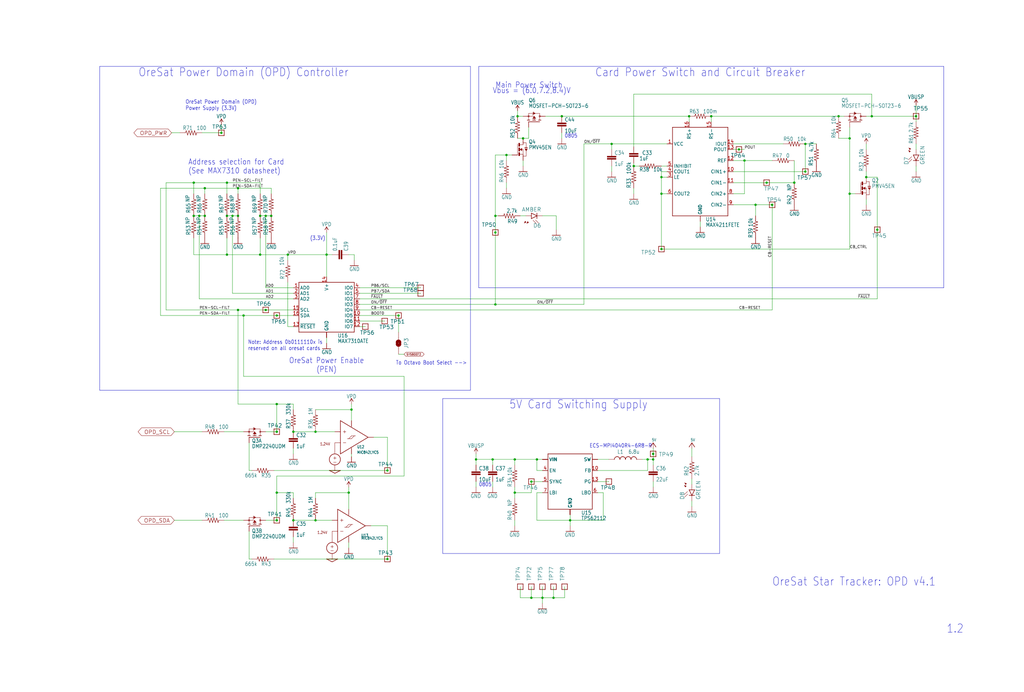
<source format=kicad_sch>
(kicad_sch (version 20250114) (generator "eeschema") (generator_version "9.0")
  (paper "User" 469.9 317.627)
  (text "0805" (at 259.08 63.5 0) (effects (font (size 1.778 1.5113)) (justify left bottom)))
  (text "Card Power Switch and Circuit Breaker" (at 273.05 35.56 0) (effects (font (size 3.81 3.2385)) (justify left bottom)))
  (text "Main Power Switch" (at 227.33 40.64 0) (effects (font (size 2.54 2.159)) (justify left bottom)))
  (text "OreSat Power Enable\n(PEN)" (at 149.86 167.64 0) (effects (font (size 2.54 2.159))))
  (text "OreSat Power Domain (OPD) Controller" (at 63.5 35.56 0) (effects (font (size 3.81 3.2385)) (justify left bottom)))
  (text "ECS-MPI4040R4-6R8-R" (at 270.51 205.74 0) (effects (font (size 1.778 1.5113)) (justify left bottom)))
  (text "(3.3V)" (at 142.24 110.49 0) (effects (font (size 1.778 1.5113)) (justify left bottom)))
  (text "OreSat Star Tracker: OPD v4.1" (at 354.33 269.24 0) (effects (font (size 3.81 3.2385)) (justify left bottom)))
  (text "OreSat Power Domain (OPD)\nPower Supply (3.3V)" (at 85.09 50.8 0) (effects (font (size 1.778 1.5113)) (justify left bottom)))
  (text "Address selection for Card\n(See MAX7310 datasheet)" (at 86.36 80.01 0) (effects (font (size 2.54 2.159)) (justify left bottom)))
  (text "1.2" (at 434.34 290.83 0) (effects (font (size 3.81 3.2385)) (justify left bottom)))
  (text "To Octavo Boot Select -->" (at 181.61 167.64 0) (effects (font (size 1.778 1.5113)) (justify left bottom)))
  (text "Vbus = (6.0,7.2,8.4)V" (at 226.06 43.18 0) (effects (font (size 2.54 2.159)) (justify left bottom)))
  (text "0805" (at 219.71 223.52 0) (effects (font (size 1.778 1.5113)) (justify left bottom)))
  (text "5V Card Switching Supply" (at 233.68 187.96 0) (effects (font (size 3.81 3.2385)) (justify left bottom)))
  (text "Note: Address 0b0111110x is\nreserved on all oresat cards" (at 113.792 161.036 0) (effects (font (size 1.778 1.5113)) (justify left bottom)))
  (junction (at 243.84 220.98))
  (junction (at 104.14 116.84))
  (junction (at 88.9 99.06))
  (junction (at 127 238.76))
  (junction (at 161.29 187.96))
  (junction (at 420.37 53.34))
  (junction (at 134.62 238.76))
  (junction (at 227.33 99.06))
  (junction (at 121.92 142.24))
  (junction (at 227.33 139.7))
  (junction (at 109.22 142.24))
  (junction (at 104.14 99.06))
  (junction (at 400.05 53.34))
  (junction (at 326.39 53.34))
  (junction (at 104.14 83.82))
  (junction (at 91.44 99.06))
  (junction (at 303.53 88.9))
  (junction (at 240.03 63.5))
  (junction (at 119.38 116.84))
  (junction (at 127 226.06))
  (junction (at 364.49 83.82))
  (junction (at 261.62 238.76))
  (junction (at 236.22 210.82))
  (junction (at 369.57 78.74))
  (junction (at 177.8 215.9))
  (junction (at 182.88 144.78))
  (junction (at 303.53 114.3))
  (junction (at 351.79 83.82))
  (junction (at 144.78 198.12))
  (junction (at 101.6 60.96))
  (junction (at 299.72 210.82))
  (junction (at 160.02 226.06))
  (junction (at 93.98 99.06))
  (junction (at 389.89 88.9))
  (junction (at 119.38 99.06))
  (junction (at 237.49 53.34))
  (junction (at 226.06 210.82))
  (junction (at 243.84 274.32))
  (junction (at 280.67 66.04))
  (junction (at 389.89 63.5))
  (junction (at 111.76 144.78))
  (junction (at 132.08 116.84))
  (junction (at 124.46 99.06))
  (junction (at 149.86 116.84))
  (junction (at 218.44 210.82))
  (junction (at 246.38 210.82))
  (junction (at 106.68 99.06))
  (junction (at 227.33 106.68))
  (junction (at 127 185.42))
  (junction (at 109.22 86.36))
  (junction (at 257.81 53.34))
  (junction (at 248.92 274.32))
  (junction (at 177.8 256.54))
  (junction (at 236.22 226.06))
  (junction (at 121.92 99.06))
  (junction (at 303.53 81.28))
  (junction (at 93.98 86.36))
  (junction (at 297.18 210.82))
  (junction (at 232.41 71.12))
  (junction (at 341.63 73.66))
  (junction (at 134.62 198.12))
  (junction (at 397.51 81.28))
  (junction (at 339.09 68.58))
  (junction (at 354.33 93.98))
  (junction (at 127 144.78))
  (junction (at 290.83 76.2))
  (junction (at 88.9 83.82))
  (junction (at 384.81 53.34))
  (junction (at 402.59 105.41))
  (junction (at 346.71 93.98))
  (junction (at 316.23 53.34))
  (junction (at 109.22 99.06))
  (junction (at 369.57 66.04))
  (junction (at 299.72 208.28))
  (junction (at 144.78 238.76))
  (junction (at 254 274.32))
  (junction (at 127 198.12))
  (wire (pts (xy 236.22 213.36) (xy 236.22 210.82)) (stroke (width 0.1524)))
  (wire (pts (xy 290.83 88.9) (xy 290.83 86.36)) (stroke (width 0.1524)))
  (wire (pts (xy 226.06 213.36) (xy 226.06 210.82)) (stroke (width 0.1524)))
  (wire (pts (xy 257.81 63.5) (xy 257.81 60.96)) (stroke (width 0.1524)))
  (wire (pts (xy 134.62 185.42) (xy 127 185.42)) (stroke (width 0.1524)))
  (wire (pts (xy 336.55 73.66) (xy 341.63 73.66)) (stroke (width 0.1524)))
  (wire (pts (xy 177.8 241.3) (xy 177.8 256.54)) (stroke (width 0.1524)))
  (wire (pts (xy 218.44 213.36) (xy 218.44 210.82)) (stroke (width 0.1524)))
  (wire (pts (xy 134.62 144.78) (xy 127 144.78)) (stroke (width 0.1524)))
  (wire (pts (xy 267.97 66.04) (xy 280.67 66.04)) (stroke (width 0.1524)))
  (wire (pts (xy 134.62 187.96) (xy 134.62 185.42)) (stroke (width 0.1524)))
  (wire (pts (xy 104.14 83.82) (xy 119.38 83.82)) (stroke (width 0.1524)))
  (wire (pts (xy 76.2 83.82) (xy 88.9 83.82)) (stroke (width 0.1524)))
  (wire (pts (xy 149.86 127) (xy 149.86 116.84)) (stroke (width 0.1524)))
  (wire (pts (xy 127 218.44) (xy 185.42 218.44)) (stroke (width 0.1524)))
  (wire (pts (xy 160.02 226.06) (xy 144.78 226.06)) (stroke (width 0.1524)))
  (wire (pts (xy 290.83 74.93) (xy 290.83 76.2)) (stroke (width 0.1524)))
  (wire (pts (xy 109.22 142.24) (xy 121.92 142.24)) (stroke (width 0.1524)))
  (wire (pts (xy 165.1 139.7) (xy 227.33 139.7)) (stroke (width 0.1524)))
  (wire (pts (xy 237.49 53.34) (xy 240.03 53.34)) (stroke (width 0.1524)))
  (wire (pts (xy 160.02 251.46) (xy 160.02 248.92)) (stroke (width 0.1524)))
  (wire (pts (xy 232.41 83.82) (xy 232.41 86.36)) (stroke (width 0.1524)))
  (wire (pts (xy 171.45 200.66) (xy 177.8 200.66)))
  (wire (pts (xy 226.06 223.52) (xy 226.06 220.98)) (stroke (width 0.1524)))
  (wire (pts (xy 134.62 134.62) (xy 106.68 134.62)) (stroke (width 0.1524)))
  (wire (pts (xy 134.62 208.28) (xy 134.62 205.74)) (stroke (width 0.1524)))
  (wire (pts (xy 351.79 83.82) (xy 336.55 83.82)) (stroke (width 0.1524)))
  (wire (pts (xy 255.27 99.06) (xy 255.27 105.41)) (stroke (width 0.1524)))
  (wire (pts (xy 290.83 43.18) (xy 400.05 43.18)) (stroke (width 0.1524)))
  (wire (pts (xy 91.44 99.06) (xy 88.9 99.06)) (stroke (width 0.1524)))
  (wire (pts (xy 240.03 73.66) (xy 240.03 76.2)) (stroke (width 0.1524)))
  (wire (pts (xy 238.76 269.24) (xy 238.76 274.32)) (stroke (width 0.1524)))
  (polyline (pts (xy 215.9 179.07) (xy 45.72 179.07)) (stroke (width 0.1524) (type solid)))
  (wire (pts (xy 254 274.32) (xy 248.92 274.32)) (stroke (width 0.1524)))
  (wire (pts (xy 73.66 144.78) (xy 73.66 86.36)) (stroke (width 0.1524)))
  (wire (pts (xy 369.57 66.04) (xy 374.65 66.04)) (stroke (width 0.1524)))
  (wire (pts (xy 402.59 105.41) (xy 402.59 137.16)) (stroke (width 0.1524)))
  (wire (pts (xy 119.38 116.84) (xy 119.38 109.22)) (stroke (width 0.1524)))
  (wire (pts (xy 114.3 256.54) (xy 114.3 243.84)) (stroke (width 0.1524)))
  (wire (pts (xy 402.59 137.16) (xy 165.1 137.16)) (stroke (width 0.1524)))
  (wire (pts (xy 124.46 99.06) (xy 121.92 99.06)) (stroke (width 0.1524)))
  (wire (pts (xy 248.92 269.24) (xy 248.92 274.32)) (stroke (width 0.1524)))
  (wire (pts (xy 384.81 63.5) (xy 389.89 63.5)) (stroke (width 0.1524)))
  (wire (pts (xy 243.84 220.98) (xy 243.84 226.06)) (stroke (width 0.1524)))
  (wire (pts (xy 127 198.12) (xy 121.92 198.12)) (stroke (width 0.1524)))
  (wire (pts (xy 76.2 142.24) (xy 109.22 142.24)) (stroke (width 0.1524)))
  (wire (pts (xy 290.83 67.31) (xy 290.83 43.18)) (stroke (width 0.1524)))
  (wire (pts (xy 259.08 274.32) (xy 254 274.32)) (stroke (width 0.1524)))
  (wire (pts (xy 144.78 238.76) (xy 134.62 238.76)) (stroke (width 0.1524)))
  (wire (pts (xy 88.9 88.9) (xy 88.9 83.82)) (stroke (width 0.1524)))
  (wire (pts (xy 420.37 48.26) (xy 420.37 53.34)) (stroke (width 0.1524)))
  (wire (pts (xy 170.18 241.3) (xy 177.8 241.3)))
  (wire (pts (xy 236.22 210.82) (xy 226.06 210.82)) (stroke (width 0.1524)))
  (wire (pts (xy 132.08 129.54) (xy 132.08 149.86)) (stroke (width 0.1524)))
  (wire (pts (xy 144.78 198.12) (xy 134.62 198.12)) (stroke (width 0.1524)))
  (wire (pts (xy 101.6 57.15) (xy 101.6 60.96)) (stroke (width 0.1524)))
  (wire (pts (xy 261.62 241.3) (xy 261.62 238.76)) (stroke (width 0.1524)))
  (wire (pts (xy 106.68 99.06) (xy 104.14 99.06)) (stroke (width 0.1524)))
  (wire (pts (xy 246.38 215.9) (xy 248.92 215.9)) (stroke (width 0.1524)))
  (wire (pts (xy 127 185.42) (xy 109.22 185.42)) (stroke (width 0.1524)))
  (wire (pts (xy 106.68 134.62) (xy 106.68 99.06)) (stroke (width 0.1524)))
  (wire (pts (xy 237.49 63.5) (xy 240.03 63.5)) (stroke (width 0.1524)))
  (wire (pts (xy 228.6 99.06) (xy 227.33 99.06)) (stroke (width 0.1524)))
  (wire (pts (xy 237.49 50.8) (xy 237.49 53.34)) (stroke (width 0.1524)))
  (wire (pts (xy 165.1 147.32) (xy 176.53 147.32)) (stroke (width 0.1524)))
  (wire (pts (xy 111.76 172.72) (xy 111.76 144.78)) (stroke (width 0.1524)))
  (wire (pts (xy 218.44 220.98) (xy 218.44 223.52)) (stroke (width 0.1524)))
  (wire (pts (xy 111.76 238.76) (xy 102.87 238.76)) (stroke (width 0.1524)))
  (wire (pts (xy 232.41 71.12) (xy 227.33 71.12)) (stroke (width 0.1524)))
  (wire (pts (xy 109.22 88.9) (xy 109.22 86.36)) (stroke (width 0.1524)))
  (polyline (pts (xy 203.2 254) (xy 203.2 182.88)) (stroke (width 0.1524) (type solid)))
  (wire (pts (xy 341.63 88.9) (xy 341.63 73.66)) (stroke (width 0.1524)))
  (wire (pts (xy 392.43 88.9) (xy 389.89 88.9)) (stroke (width 0.1524)))
  (wire (pts (xy 177.8 215.9) (xy 125.73 215.9)) (stroke (width 0.1524)))
  (wire (pts (xy 351.79 83.82) (xy 364.49 83.82)) (stroke (width 0.1524)))
  (wire (pts (xy 232.41 73.66) (xy 232.41 71.12)) (stroke (width 0.1524)))
  (wire (pts (xy 104.14 116.84) (xy 104.14 109.22)) (stroke (width 0.1524)))
  (wire (pts (xy 111.76 144.78) (xy 73.66 144.78)) (stroke (width 0.1524)))
  (wire (pts (xy 397.51 91.44) (xy 397.51 93.98)) (stroke (width 0.1524)))
  (wire (pts (xy 91.44 137.16) (xy 91.44 99.06)) (stroke (width 0.1524)))
  (wire (pts (xy 369.57 78.74) (xy 369.57 66.04)) (stroke (width 0.1524)))
  (wire (pts (xy 297.18 215.9) (xy 297.18 210.82)) (stroke (width 0.1524)))
  (wire (pts (xy 182.88 144.78) (xy 182.88 152.4)) (stroke (width 0.1524)))
  (wire (pts (xy 240.03 63.5) (xy 242.57 63.5)) (stroke (width 0.1524)))
  (wire (pts (xy 336.55 66.04) (xy 359.41 66.04)) (stroke (width 0.1524)))
  (wire (pts (xy 121.92 132.08) (xy 121.92 99.06)) (stroke (width 0.1524)))
  (wire (pts (xy 326.39 55.88) (xy 326.39 53.34)) (stroke (width 0.1524)))
  (wire (pts (xy 341.63 73.66) (xy 354.33 73.66)) (stroke (width 0.1524)))
  (wire (pts (xy 384.81 53.34) (xy 387.35 53.34)) (stroke (width 0.1524)))
  (polyline (pts (xy 45.72 30.48) (xy 215.9 30.48)) (stroke (width 0.1524) (type solid)))
  (wire (pts (xy 306.07 78.74) (xy 303.53 78.74)) (stroke (width 0.1524)))
  (wire (pts (xy 119.38 116.84) (xy 132.08 116.84)) (stroke (width 0.1524)))
  (wire (pts (xy 267.97 139.7) (xy 267.97 66.04)) (stroke (width 0.1524)))
  (wire (pts (xy 160.02 226.06) (xy 160.02 223.52)) (stroke (width 0.1524)))
  (wire (pts (xy 109.22 86.36) (xy 124.46 86.36)) (stroke (width 0.1524)))
  (wire (pts (xy 276.86 226.06) (xy 276.86 238.76)) (stroke (width 0.1524)))
  (wire (pts (xy 248.92 99.06) (xy 255.27 99.06)) (stroke (width 0.1524)))
  (wire (pts (xy 290.83 76.2) (xy 293.37 76.2)) (stroke (width 0.1524)))
  (wire (pts (xy 218.44 210.82) (xy 218.44 208.28)) (stroke (width 0.1524)))
  (wire (pts (xy 127 144.78) (xy 111.76 144.78)) (stroke (width 0.1524)))
  (wire (pts (xy 124.46 86.36) (xy 124.46 88.9)) (stroke (width 0.1524)))
  (wire (pts (xy 354.33 142.24) (xy 354.33 93.98)) (stroke (width 0.1524)))
  (wire (pts (xy 303.53 78.74) (xy 303.53 81.28)) (stroke (width 0.1524)))
  (wire (pts (xy 299.72 210.82) (xy 299.72 208.28)) (stroke (width 0.1524)))
  (wire (pts (xy 400.05 43.18) (xy 400.05 53.34)) (stroke (width 0.1524)))
  (wire (pts (xy 165.1 144.78) (xy 182.88 144.78)) (stroke (width 0.1524)))
  (wire (pts (xy 257.81 53.34) (xy 316.23 53.34)) (stroke (width 0.1524)))
  (wire (pts (xy 119.38 88.9) (xy 119.38 83.82)) (stroke (width 0.1524)))
  (wire (pts (xy 303.53 88.9) (xy 306.07 88.9)) (stroke (width 0.1524)))
  (wire (pts (xy 161.29 193.04) (xy 161.29 187.96)) (stroke (width 0.1524)))
  (wire (pts (xy 104.14 88.9) (xy 104.14 83.82)) (stroke (width 0.1524)))
  (wire (pts (xy 236.22 226.06) (xy 236.22 223.52)) (stroke (width 0.1524)))
  (wire (pts (xy 227.33 71.12) (xy 227.33 99.06)) (stroke (width 0.1524)))
  (wire (pts (xy 246.38 226.06) (xy 246.38 238.76)) (stroke (width 0.1524)))
  (wire (pts (xy 248.92 274.32) (xy 248.92 276.86)) (stroke (width 0.1524)))
  (wire (pts (xy 93.98 88.9) (xy 93.98 86.36)) (stroke (width 0.1524)))
  (wire (pts (xy 82.55 60.96) (xy 78.74 60.96)) (stroke (width 0.1524)))
  (wire (pts (xy 420.37 66.04) (xy 420.37 68.58)) (stroke (width 0.1524)))
  (polyline (pts (xy 330.2 182.88) (xy 330.2 254)) (stroke (width 0.1524) (type solid)))
  (wire (pts (xy 185.42 172.72) (xy 111.76 172.72)) (stroke (width 0.1524)))
  (wire (pts (xy 299.72 223.52) (xy 299.72 220.98)) (stroke (width 0.1524)))
  (polyline (pts (xy 330.2 254) (xy 203.2 254)) (stroke (width 0.1524) (type solid)))
  (wire (pts (xy 114.3 215.9) (xy 114.3 203.2)) (stroke (width 0.1524)))
  (wire (pts (xy 246.38 210.82) (xy 236.22 210.82)) (stroke (width 0.1524)))
  (wire (pts (xy 115.57 215.9) (xy 114.3 215.9)) (stroke (width 0.1524)))
  (wire (pts (xy 92.71 60.96) (xy 101.6 60.96)) (stroke (width 0.1524)))
  (polyline (pts (xy 45.72 179.07) (xy 45.72 30.48)) (stroke (width 0.1524) (type solid)))
  (wire (pts (xy 160.02 233.68) (xy 160.02 226.06)) (stroke (width 0.1524)))
  (wire (pts (xy 165.1 134.62) (xy 193.04 134.62)) (stroke (width 0.1524)))
  (wire (pts (xy 299.72 205.74) (xy 299.72 208.28)) (stroke (width 0.1524)))
  (wire (pts (xy 306.07 76.2) (xy 303.53 76.2)) (stroke (width 0.1524)))
  (wire (pts (xy 73.66 86.36) (xy 93.98 86.36)) (stroke (width 0.1524)))
  (wire (pts (xy 299.72 213.36) (xy 299.72 210.82)) (stroke (width 0.1524)))
  (polyline (pts (xy 203.2 182.88) (xy 330.2 182.88)) (stroke (width 0.1524) (type solid)))
  (wire (pts (xy 185.42 218.44) (xy 185.42 172.72)) (stroke (width 0.1524)))
  (wire (pts (xy 227.33 99.06) (xy 227.33 106.68)) (stroke (width 0.1524)))
  (wire (pts (xy 93.98 99.06) (xy 91.44 99.06)) (stroke (width 0.1524)))
  (wire (pts (xy 254 269.24) (xy 254 274.32)) (stroke (width 0.1524)))
  (wire (pts (xy 303.53 81.28) (xy 306.07 81.28)) (stroke (width 0.1524)))
  (wire (pts (xy 346.71 93.98) (xy 336.55 93.98)) (stroke (width 0.1524)))
  (wire (pts (xy 76.2 142.24) (xy 76.2 83.82)) (stroke (width 0.1524)))
  (wire (pts (xy 153.67 198.12) (xy 144.78 198.12)) (stroke (width 0.1524)))
  (wire (pts (xy 167.64 149.86) (xy 165.1 149.86)) (stroke (width 0.1524)))
  (wire (pts (xy 236.22 228.6) (xy 236.22 226.06)) (stroke (width 0.1524)))
  (polyline (pts (xy 219.71 132.08) (xy 219.71 30.48)) (stroke (width 0.1524) (type solid)))
  (polyline (pts (xy 215.9 30.48) (xy 215.9 179.07)) (stroke (width 0.1524) (type solid)))
  (wire (pts (xy 132.08 119.38) (xy 132.08 116.84)) (stroke (width 0.1524)))
  (wire (pts (xy 397.51 66.04) (xy 397.51 68.58)) (stroke (width 0.1524)))
  (wire (pts (xy 182.88 162.56) (xy 185.42 162.56)) (stroke (width 0.1524)))
  (wire (pts (xy 149.86 116.84) (xy 149.86 106.68)) (stroke (width 0.1524)))
  (wire (pts (xy 144.78 228.6) (xy 144.78 226.06)) (stroke (width 0.1524)))
  (wire (pts (xy 397.51 81.28) (xy 402.59 81.28)) (stroke (width 0.1524)))
  (wire (pts (xy 336.55 68.58) (xy 339.09 68.58)) (stroke (width 0.1524)))
  (wire (pts (xy 389.89 63.5) (xy 389.89 88.9)) (stroke (width 0.1524)))
  (wire (pts (xy 132.08 116.84) (xy 149.86 116.84)) (stroke (width 0.1524)))
  (wire (pts (xy 134.62 228.6) (xy 134.62 226.06)) (stroke (width 0.1524)))
  (wire (pts (xy 134.62 226.06) (xy 127 226.06)) (stroke (width 0.1524)))
  (wire (pts (xy 317.5 219.71) (xy 317.5 222.25)) (stroke (width 0.1524)))
  (wire (pts (xy 227.33 139.7) (xy 267.97 139.7)) (stroke (width 0.1524)))
  (wire (pts (xy 104.14 116.84) (xy 119.38 116.84)) (stroke (width 0.1524)))
  (wire (pts (xy 339.09 68.58) (xy 341.63 68.58)) (stroke (width 0.1524)))
  (wire (pts (xy 115.57 256.54) (xy 114.3 256.54)) (stroke (width 0.1524)))
  (wire (pts (xy 420.37 53.34) (xy 420.37 55.88)) (stroke (width 0.1524)))
  (wire (pts (xy 227.33 106.68) (xy 227.33 139.7)) (stroke (width 0.1524)))
  (polyline (pts (xy 433.07 132.08) (xy 219.71 132.08)) (stroke (width 0.1524) (type solid)))
  (wire (pts (xy 402.59 81.28) (xy 402.59 105.41)) (stroke (width 0.1524)))
  (wire (pts (xy 317.5 209.55) (xy 317.5 205.74)) (stroke (width 0.1524)))
  (wire (pts (xy 274.32 215.9) (xy 297.18 215.9)) (stroke (width 0.1524)))
  (wire (pts (xy 297.18 210.82) (xy 299.72 210.82)) (stroke (width 0.1524)))
  (wire (pts (xy 236.22 241.3) (xy 236.22 238.76)) (stroke (width 0.1524)))
  (wire (pts (xy 134.62 137.16) (xy 91.44 137.16)) (stroke (width 0.1524)))
  (wire (pts (xy 121.92 99.06) (xy 119.38 99.06)) (stroke (width 0.1524)))
  (wire (pts (xy 276.86 238.76) (xy 261.62 238.76)) (stroke (width 0.1524)))
  (wire (pts (xy 88.9 83.82) (xy 104.14 83.82)) (stroke (width 0.1524)))
  (wire (pts (xy 336.55 88.9) (xy 341.63 88.9)) (stroke (width 0.1524)))
  (wire (pts (xy 165.1 142.24) (xy 354.33 142.24)) (stroke (width 0.1524)))
  (wire (pts (xy 92.71 238.76) (xy 80.01 238.76)) (stroke (width 0.1524)))
  (wire (pts (xy 243.84 274.32) (xy 248.92 274.32)) (stroke (width 0.1524)))
  (polyline (pts (xy 219.71 30.48) (xy 433.07 30.48)) (stroke (width 0.1524) (type solid)))
  (polyline (pts (xy 433.07 30.48) (xy 433.07 132.08)) (stroke (width 0.1524) (type solid)))
  (wire (pts (xy 238.76 99.06) (xy 241.3 99.06)) (stroke (width 0.1524)))
  (wire (pts (xy 152.4 238.76) (xy 144.78 238.76)) (stroke (width 0.1524)))
  (wire (pts (xy 354.33 93.98) (xy 346.71 93.98)) (stroke (width 0.1524)))
  (wire (pts (xy 364.49 83.82) (xy 364.49 73.66)) (stroke (width 0.1524)))
  (wire (pts (xy 400.05 53.34) (xy 420.37 53.34)) (stroke (width 0.1524)))
  (wire (pts (xy 109.22 185.42) (xy 109.22 142.24)) (stroke (width 0.1524)))
  (wire (pts (xy 316.23 53.34) (xy 316.23 55.88)) (stroke (width 0.1524)))
  (wire (pts (xy 243.84 269.24) (xy 243.84 274.32)) (stroke (width 0.1524)))
  (wire (pts (xy 238.76 274.32) (xy 243.84 274.32)) (stroke (width 0.1524)))
  (wire (pts (xy 280.67 66.04) (xy 306.07 66.04)) (stroke (width 0.1524)))
  (wire (pts (xy 177.8 200.66) (xy 177.8 215.9)) (stroke (width 0.1524)))
  (wire (pts (xy 280.67 78.74) (xy 280.67 76.2)) (stroke (width 0.1524)))
  (wire (pts (xy 274.32 220.98) (xy 279.4 220.98)) (stroke (width 0.1524)))
  (wire (pts (xy 127 226.06) (xy 127 218.44)) (stroke (width 0.1524)))
  (wire (pts (xy 121.92 142.24) (xy 134.62 142.24)) (stroke (width 0.1524)))
  (wire (pts (xy 92.71 198.12) (xy 80.01 198.12)) (stroke (width 0.1524)))
  (wire (pts (xy 177.8 256.54) (xy 125.73 256.54)) (stroke (width 0.1524)))
  (wire (pts (xy 250.19 53.34) (xy 257.81 53.34)) (stroke (width 0.1524)))
  (wire (pts (xy 317.5 229.87) (xy 317.5 232.41)) (stroke (width 0.1524)))
  (wire (pts (xy 161.29 208.28) (xy 161.29 209.55)) (stroke (width 0.1524)))
  (wire (pts (xy 93.98 86.36) (xy 109.22 86.36)) (stroke (width 0.1524)))
  (wire (pts (xy 321.31 104.14) (xy 321.31 101.6)) (stroke (width 0.1524)))
  (wire (pts (xy 389.89 114.3) (xy 303.53 114.3)) (stroke (width 0.1524)))
  (wire (pts (xy 149.86 116.84) (xy 152.4 116.84)) (stroke (width 0.1524)))
  (wire (pts (xy 336.55 78.74) (xy 369.57 78.74)) (stroke (width 0.1524)))
  (wire (pts (xy 127 238.76) (xy 121.92 238.76)) (stroke (width 0.1524)))
  (wire (pts (xy 346.71 99.06) (xy 346.71 93.98)) (stroke (width 0.1524)))
  (wire (pts (xy 109.22 99.06) (xy 106.68 99.06)) (stroke (width 0.1524)))
  (wire (pts (xy 127 185.42) (xy 127 198.12)) (stroke (width 0.1524)))
  (wire (pts (xy 242.57 63.5) (xy 242.57 58.42)) (stroke (width 0.1524)))
  (wire (pts (xy 161.29 187.96) (xy 161.29 185.42)) (stroke (width 0.1524)))
  (wire (pts (xy 246.38 238.76) (xy 261.62 238.76)) (stroke (width 0.1524)))
  (wire (pts (xy 274.32 226.06) (xy 276.86 226.06)) (stroke (width 0.1524)))
  (wire (pts (xy 420.37 76.2) (xy 420.37 78.74)) (stroke (width 0.1524)))
  (wire (pts (xy 246.38 226.06) (xy 248.92 226.06)) (stroke (width 0.1524)))
  (wire (pts (xy 389.89 63.5) (xy 389.89 58.42)) (stroke (width 0.1524)))
  (wire (pts (xy 326.39 53.34) (xy 384.81 53.34)) (stroke (width 0.1524)))
  (wire (pts (xy 259.08 269.24) (xy 259.08 274.32)) (stroke (width 0.1524)))
  (wire (pts (xy 248.92 210.82) (xy 246.38 210.82)) (stroke (width 0.1524)))
  (wire (pts (xy 297.18 210.82) (xy 294.64 210.82)) (stroke (width 0.1524)))
  (wire (pts (xy 243.84 226.06) (xy 236.22 226.06)) (stroke (width 0.1524)))
  (wire (pts (xy 127 226.06) (xy 127 238.76)) (stroke (width 0.1524)))
  (wire (pts (xy 397.51 78.74) (xy 397.51 81.28)) (stroke (width 0.1524)))
  (wire (pts (xy 246.38 215.9) (xy 246.38 210.82)) (stroke (width 0.1524)))
  (wire (pts (xy 218.44 210.82) (xy 226.06 210.82)) (stroke (width 0.1524)))
  (wire (pts (xy 389.89 88.9) (xy 389.89 114.3)) (stroke (width 0.1524)))
  (wire (pts (xy 134.62 149.86) (xy 132.08 149.86)) (stroke (width 0.1524)))
  (wire (pts (xy 88.9 116.84) (xy 104.14 116.84)) (stroke (width 0.1524)))
  (wire (pts (xy 144.78 187.96) (xy 161.29 187.96)) (stroke (width 0.1524)))
  (wire (pts (xy 149.86 157.48) (xy 149.86 154.94)) (stroke (width 0.1524)))
  (wire (pts (xy 243.84 220.98) (xy 248.92 220.98)) (stroke (width 0.1524)))
  (wire (pts (xy 111.76 198.12) (xy 102.87 198.12)) (stroke (width 0.1524)))
  (wire (pts (xy 303.53 114.3) (xy 303.53 88.9)) (stroke (width 0.1524)))
  (wire (pts (xy 280.67 68.58) (xy 280.67 66.04)) (stroke (width 0.1524)))
  (wire (pts (xy 397.51 53.34) (xy 400.05 53.34)) (stroke (width 0.1524)))
  (wire (pts (xy 303.53 81.28) (xy 303.53 88.9)) (stroke (width 0.1524)))
  (wire (pts (xy 232.41 71.12) (xy 234.95 71.12)) (stroke (width 0.1524)))
  (wire (pts (xy 88.9 116.84) (xy 88.9 109.22)) (stroke (width 0.1524)))
  (wire (pts (xy 162.56 116.84) (xy 162.56 119.38)) (stroke (width 0.1524)))
  (wire (pts (xy 134.62 248.92) (xy 134.62 246.38)) (stroke (width 0.1524)))
  (wire (pts (xy 165.1 132.08) (xy 193.04 132.08)))
  (wire (pts (xy 160.02 116.84) (xy 162.56 116.84)) (stroke (width 0.1524)))
  (wire (pts (xy 261.62 238.76) (xy 261.62 236.22)) (stroke (width 0.1524)))
  (wire (pts (xy 134.62 132.08) (xy 121.92 132.08)) (stroke (width 0.1524)))
  (wire (pts (xy 274.32 210.82) (xy 279.4 210.82)) (stroke (width 0.1524)))
  (label "AD0" (at 121.92 132.08 0) (effects (font (size 1.2446 1.2446))))
  (label "~{FAULT}" (at 393.7 137.16 0) (effects (font (size 1.2446 1.2446))))
  (label "~{FAULT}" (at 170.18 137.16 0) (effects (font (size 1.2446 1.2446))))
  (label "PEN-SDA-FILT" (at 106.68 86.36 0) (effects (font (size 1.2446 1.2446))))
  (label "PB7/SDA" (at 170.18 134.62 0) (effects (font (size 1.2446 1.2446))))
  (label "ON/~{OFF}" (at 267.97 66.04 0) (effects (font (size 1.2446 1.2446))))
  (label "CB-RESET" (at 339.09 142.24 0) (effects (font (size 1.2446 1.2446))))
  (label "PB6/SCL" (at 170.18 132.08 0) (effects (font (size 1.2446 1.2446))))
  (label "PEN-SDA-FILT" (at 91.44 144.78 0) (effects (font (size 1.2446 1.2446))))
  (label "AD1" (at 121.92 134.62 0) (effects (font (size 1.2446 1.2446))))
  (label "ON/~{OFF}" (at 246.38 139.7 0) (effects (font (size 1.2446 1.2446))))
  (label "AD2" (at 121.92 137.16 0) (effects (font (size 1.2446 1.2446))))
  (label "POUT" (at 341.63 68.58 0) (effects (font (size 1.2446 1.2446))))
  (label "BOOT0" (at 170.18 144.78 0) (effects (font (size 1.2446 1.2446))))
  (label "PEN-SCL-FILT" (at 91.44 142.24 0) (effects (font (size 1.2446 1.2446))))
  (label "CB_CTRL" (at 389.89 114.3 0) (effects (font (size 1.2446 1.2446))))
  (label "ON/~{OFF}" (at 170.18 139.7 0) (effects (font (size 1.2446 1.2446))))
  (label "CB-RESET" (at 354.33 118.11 90) (effects (font (size 1.2446 1.2446))))
  (label "CB-RESET" (at 170.18 142.24 0) (effects (font (size 1.2446 1.2446))))
  (label "PEN-SCL-FILT" (at 106.68 83.82 0) (effects (font (size 1.2446 1.2446))))
  (label "VPD" (at 132.08 116.84 0) (effects (font (size 1.2446 1.2446))))
  (global_label "OPD_SCL" (shape bidirectional) (at 80.01 198.12 180) (effects (font (size 1.778 1.778))) (property "Intersheetrefs" "${INTERSHEET_REFS}" (effects (hide yes))))
  (global_label "OPD_PWR" (shape bidirectional) (at 78.74 60.96 180) (effects (font (size 1.778 1.778))) (property "Intersheetrefs" "${INTERSHEET_REFS}" (effects (hide yes))))
  (global_label "SYSBOOT2" (shape bidirectional) (at 185.42 162.56 0) (effects (font (size 0.889 0.889))) (property "Intersheetrefs" "${INTERSHEET_REFS}" (effects (hide yes))))
  (global_label "OPD_SDA" (shape bidirectional) (at 80.01 238.76 180) (effects (font (size 1.778 1.778))) (property "Intersheetrefs" "${INTERSHEET_REFS}" (effects (hide yes))))
  (symbol (lib_id "cfc-card-eagle-import:supply1_371_GND") (at 299.72 226.06 0) (mirror y) (unit 1)
    (property "Reference" "#GND22" (effects (hide yes)))
    (property "Value" "GND" (at 302.26 228.6 0) (effects (font (size 1.778 1.5113)) (justify left bottom)))
  )
  (symbol (lib_id "cfc-card-eagle-import:L-ECS-MPI4040") (at 287.02 210.82 90) (unit 1)
    (property "Reference" "L1" (at 283.21 208.28 90) (effects (font (size 1.778 1.5113)) (justify right top)))
    (property "Value" "6.8u" (at 288.29 208.28 90) (effects (font (size 1.778 1.5113)) (justify right top)))
    (property "Footprint" "cfc-card:ECS-MPI4040" (effects (hide yes)))
  )
  (symbol (lib_id "cfc-card-eagle-import:TEST-POINT") (at 127 144.78 0) (unit 1)
    (property "Reference" "TP65" (at 124.46 148.59 0) (effects (font (size 1.778 1.778)) (justify left bottom)))
    (property "Value" "TEST-POINT" (effects (hide yes)))
    (property "Footprint" "cfc-card:2MM-TEST-POINT" (effects (hide yes)))
  )
  (symbol (lib_id "cfc-card-eagle-import:supply1_371_GND") (at 134.62 210.82 0) (mirror y) (unit 1)
    (property "Reference" "#GND7" (effects (hide yes)))
    (property "Value" "GND" (at 137.16 213.36 0) (effects (font (size 1.778 1.5113)) (justify left bottom)))
  )
  (symbol (lib_id "cfc-card-eagle-import:GND") (at 248.92 279.4 0) (unit 1)
    (property "Reference" "#GND47" (effects (hide yes)))
    (property "Value" "GND" (at 248.92 279.654 0) (effects (font (size 1.778 1.5113)) (justify top)))
  )
  (symbol (lib_id "cfc-card-eagle-import:C-EUC1210") (at 299.72 215.9 0) (unit 1)
    (property "Reference" "C36" (at 300.99 215.9 0) (effects (font (size 1.778 1.5113)) (justify left bottom)))
    (property "Value" "22uF" (at 300.99 220.98 0) (effects (font (size 1.778 1.5113)) (justify left bottom)))
    (property "Footprint" "cfc-card:C1210" (effects (hide yes)))
  )
  (symbol (lib_id "cfc-card-eagle-import:TEST-POINT") (at 279.4 220.98 0) (unit 1)
    (property "Reference" "TP48" (at 275.59 224.79 0) (effects (font (size 1.778 1.778)) (justify left bottom)))
    (property "Value" "TEST-POINT" (effects (hide yes)))
    (property "Footprint" "cfc-card:2MM-TEST-POINT" (effects (hide yes)))
  )
  (symbol (lib_id "cfc-card-eagle-import:supply1_371_GND") (at 134.62 251.46 0) (mirror y) (unit 1)
    (property "Reference" "#GND8" (effects (hide yes)))
    (property "Value" "GND" (at 137.16 254 0) (effects (font (size 1.778 1.5113)) (justify left bottom)))
  )
  (symbol (lib_id "cfc-card-eagle-import:supply1_371_GND") (at 346.71 111.76 0) (mirror y) (unit 1)
    (property "Reference" "#GND25" (effects (hide yes)))
    (property "Value" "GND" (at 349.25 114.3 0) (effects (font (size 1.778 1.5113)) (justify left bottom)))
  )
  (symbol (lib_id "cfc-card-eagle-import:TEST-POINT") (at 248.92 269.24 0) (unit 1)
    (property "Reference" "TP75" (at 248.92 266.7 90) (effects (font (size 1.778 1.778)) (justify left bottom)))
    (property "Value" "TEST-POINT" (effects (hide yes)))
    (property "Footprint" "cfc-card:2MM-TEST-POINT" (effects (hide yes)))
  )
  (symbol (lib_id "cfc-card-eagle-import:TEST-POINT") (at 299.72 208.28 0) (unit 1)
    (property "Reference" "TP49" (at 302.26 209.55 0) (effects (font (size 1.778 1.778)) (justify left bottom)))
    (property "Value" "TEST-POINT" (effects (hide yes)))
    (property "Footprint" "cfc-card:2MM-TEST-POINT" (effects (hide yes)))
  )
  (symbol (lib_id "cfc-card-eagle-import:R-US_0603-A") (at 144.78 193.04 90) (unit 1)
    (property "Reference" "R36" (at 143.51 196.85 0) (effects (font (size 1.778 1.5113)) (justify left bottom)))
    (property "Value" "1M" (at 143.51 190.5 0) (effects (font (size 1.778 1.5113)) (justify left bottom)))
    (property "Footprint" "cfc-card:.0603-A" (effects (hide yes)))
  )
  (symbol (lib_id "cfc-card-eagle-import:MOSFET-PCH-SOT23-6") (at 245.11 55.88 90) (unit 1)
    (property "Reference" "Q6" (at 242.57 46.99 90) (effects (font (size 1.778 1.5113)) (justify right top)))
    (property "Value" "MOSFET-PCH-SOT23-6" (at 242.57 49.53 90) (effects (font (size 1.778 1.5113)) (justify right top)))
    (property "Footprint" "cfc-card:SOT23-6" (effects (hide yes)))
    (property "MPN" "DMP3050LVT-7" (effects (hide yes)))
  )
  (symbol (lib_id "cfc-card-eagle-import:TEST-POINT") (at 167.64 149.86 0) (unit 1)
    (property "Reference" "TP56" (at 165.1 153.67 0) (effects (font (size 1.778 1.778)) (justify left bottom)))
    (property "Value" "TEST-POINT" (effects (hide yes)))
    (property "Footprint" "cfc-card:2MM-TEST-POINT" (effects (hide yes)))
  )
  (symbol (lib_id "cfc-card-eagle-import:R-US_0603-A") (at 237.49 58.42 90) (unit 1)
    (property "Reference" "R52" (at 236.22 63.5 0) (effects (font (size 1.778 1.5113)) (justify left bottom)))
    (property "Value" "10k" (at 236.22 57.15 0) (effects (font (size 1.778 1.5113)) (justify left bottom)))
    (property "Footprint" "cfc-card:.0603-A" (effects (hide yes)))
  )
  (symbol (lib_id "cfc-card-eagle-import:R-US_0603-A") (at 374.65 71.12 90) (unit 1)
    (property "Reference" "R51" (at 373.1514 76.2 0) (effects (font (size 1.778 1.5113)) (justify left bottom)))
    (property "Value" "4.7k" (at 373.38 69.85 0) (effects (font (size 1.778 1.5113)) (justify left bottom)))
    (property "Footprint" "cfc-card:.0603-A" (effects (hide yes)))
    (property "DIS" "Digi-Key" (effects (hide yes)))
    (property "DPN" "1276-4275-1-ND" (effects (hide yes)))
    (property "MFR" "Samsung" (effects (hide yes)))
    (property "MPN" "RC1005F6653CS" (effects (hide yes)))
  )
  (symbol (lib_id "cfc-card-eagle-import:TEST-POINT") (at 420.37 53.34 0) (unit 1)
    (property "Reference" "TP55" (at 419.1 50.8 0) (effects (font (size 1.778 1.778)) (justify left bottom)))
    (property "Value" "TEST-POINT" (effects (hide yes)))
    (property "Footprint" "cfc-card:2MM-TEST-POINT" (effects (hide yes)))
  )
  (symbol (lib_id "cfc-card-eagle-import:supply1_371_GND") (at 364.49 96.52 0) (mirror y) (unit 1)
    (property "Reference" "#GND26" (effects (hide yes)))
    (property "Value" "GND" (at 367.03 99.06 0) (effects (font (size 1.778 1.5113)) (justify left bottom)))
  )
  (symbol (lib_id "cfc-card-eagle-import:R-US_0603-A") (at 317.5 214.63 90) (unit 1)
    (property "Reference" "R62" (at 316.0014 218.44 0) (effects (font (size 1.778 1.5113)) (justify left bottom)))
    (property "Value" "2.7k" (at 320.802 218.44 0) (effects (font (size 1.778 1.5113)) (justify left bottom)))
    (property "Footprint" "cfc-card:.0603-A" (effects (hide yes)))
  )
  (symbol (lib_id "cfc-card-eagle-import:R-US_0603-A") (at 97.79 198.12 0) (unit 1)
    (property "Reference" "R48" (at 93.98 196.85 0) (effects (font (size 1.778 1.5113)) (justify left bottom)))
    (property "Value" "100" (at 100.33 196.85 0) (effects (font (size 1.778 1.5113)) (justify left bottom)))
    (property "Footprint" "cfc-card:.0603-A" (effects (hide yes)))
  )
  (symbol (lib_id "cfc-card-eagle-import:TEST-POINT") (at 369.57 78.74 0) (unit 1)
    (property "Reference" "TP57" (at 365.76 82.55 0) (effects (font (size 1.778 1.778)) (justify left bottom)))
    (property "Value" "TEST-POINT" (effects (hide yes)))
    (property "Footprint" "cfc-card:2MM-TEST-POINT" (effects (hide yes)))
  )
  (symbol (lib_id "cfc-card-eagle-import:supply1_371_GND") (at 290.83 91.44 0) (mirror y) (unit 1)
    (property "Reference" "#GND21" (effects (hide yes)))
    (property "Value" "GND" (at 293.37 93.98 0) (effects (font (size 1.778 1.5113)) (justify left bottom)))
  )
  (symbol (lib_id "cfc-card-eagle-import:R-US_0603-A") (at 132.08 124.46 90) (unit 1)
    (property "Reference" "R72" (at 130.5814 128.27 0) (effects (font (size 1.778 1.5113)) (justify left bottom)))
    (property "Value" "10k" (at 130.302 121.92 0) (effects (font (size 1.778 1.5113)) (justify left bottom)))
    (property "Footprint" "cfc-card:.0603-A" (effects (hide yes)))
  )
  (symbol (lib_id "cfc-card-eagle-import:R-US_0603-A") (at 119.38 104.14 270) (unit 1)
    (property "Reference" "R57" (at 117.8814 107.95 0) (effects (font (size 1.778 1.5113)) (justify right top)))
    (property "Value" "NP" (at 117.602 102.87 0) (effects (font (size 1.778 1.5113)) (justify right top)))
    (property "Footprint" "cfc-card:.0603-A" (effects (hide yes)))
    (property "DIS" "Digi-Key" (effects (hide yes)))
    (property "DPN" "1276-4275-1-ND" (effects (hide yes)))
    (property "MFR" "Samsung" (effects (hide yes)))
    (property "MPN" "RC1005F6653CS" (effects (hide yes)))
  )
  (symbol (lib_id "cfc-card-eagle-import:supply1_371_GND") (at 226.06 226.06 0) (unit 1)
    (property "Reference" "#GND14" (effects (hide yes)))
    (property "Value" "GND" (at 223.52 228.6 0) (effects (font (size 1.778 1.5113)) (justify left bottom)))
  )
  (symbol (lib_id "cfc-card-eagle-import:JUMPER-SMT_2_NO_SILK") (at 182.88 157.48 270) (unit 1)
    (property "Reference" "JP3" (at 185.42 154.94 0) (effects (font (size 1.778 1.778)) (justify left bottom)))
    (property "Value" "JUMPER-SMT_2_NO_SILK" (effects (hide yes)))
    (property "Footprint" "cfc-card:SMT-JUMPER_2_NO_SILK" (effects (hide yes)))
  )
  (symbol (lib_id "cfc-card-eagle-import:supply1_371_GND") (at 257.81 66.04 0) (mirror y) (unit 1)
    (property "Reference" "#GND60" (effects (hide yes)))
    (property "Value" "GND" (at 260.35 68.58 0) (effects (font (size 1.778 1.5113)) (justify left bottom)))
  )
  (symbol (lib_id "cfc-card-eagle-import:R-US_0603-A") (at 364.49 66.04 180) (unit 1)
    (property "Reference" "R50" (at 359.41 64.77 0) (effects (font (size 1.778 1.5113)) (justify right top)))
    (property "Value" "10k" (at 365.76 64.77 0) (effects (font (size 1.778 1.5113)) (justify right top)))
    (property "Footprint" "cfc-card:.0603-A" (effects (hide yes)))
  )
  (symbol (lib_id "cfc-card-eagle-import:R-US_0603-A") (at 88.9 104.14 270) (unit 1)
    (property "Reference" "R53" (at 87.4014 107.95 0) (effects (font (size 1.778 1.5113)) (justify right top)))
    (property "Value" "NP" (at 87.122 102.87 0) (effects (font (size 1.778 1.5113)) (justify right top)))
    (property "Footprint" "cfc-card:.0603-A" (effects (hide yes)))
    (property "DIS" "Digi-Key" (effects (hide yes)))
    (property "DPN" "1276-4275-1-ND" (effects (hide yes)))
    (property "MFR" "Samsung" (effects (hide yes)))
    (property "MPN" "RC1005F6653CS" (effects (hide yes)))
  )
  (symbol (lib_id "cfc-card-eagle-import:TEST-POINT") (at 127 198.12 180) (unit 1)
    (property "Reference" "TP42" (at 129.54 194.31 0) (effects (font (size 1.778 1.778)) (justify left bottom)))
    (property "Value" "TEST-POINT" (effects (hide yes)))
    (property "Footprint" "cfc-card:2MM-TEST-POINT" (effects (hide yes)))
  )
  (symbol (lib_id "cfc-card-eagle-import:TPS6211X") (at 261.62 218.44 0) (unit 1)
    (property "Reference" "U15" (at 266.7 236.22 0) (effects (font (size 1.778 1.5113)) (justify left bottom)))
    (property "Value" "TPS62112" (at 266.7 238.76 0) (effects (font (size 1.778 1.5113)) (justify left bottom)))
    (property "Footprint" "cfc-card:S-PVQFN-16" (effects (hide yes)))
  )
  (symbol (lib_id "cfc-card-eagle-import:VBUSP") (at 218.44 208.28 0) (unit 1)
    (property "Reference" "#VBUSP1" (effects (hide yes)))
    (property "Value" "VBUSP" (at 218.44 205.486 0) (effects (font (size 1.778 1.5113)) (justify bottom)))
  )
  (symbol (lib_id "cfc-card-eagle-import:supply1_371_GND") (at 420.37 81.28 0) (mirror y) (unit 1)
    (property "Reference" "#GND29" (effects (hide yes)))
    (property "Value" "GND" (at 422.91 83.82 0) (effects (font (size 1.778 1.5113)) (justify left bottom)))
  )
  (symbol (lib_id "cfc-card-eagle-import:R-US_0603-A") (at 109.22 104.14 90) (unit 1)
    (property "Reference" "R56" (at 107.7214 107.95 0) (effects (font (size 1.778 1.5113)) (justify left bottom)))
    (property "Value" "NP" (at 107.442 102.87 0) (effects (font (size 1.778 1.5113)) (justify left bottom)))
    (property "Footprint" "cfc-card:.0603-A" (effects (hide yes)))
    (property "DIS" "Digi-Key" (effects (hide yes)))
    (property "DPN" "1276-4275-1-ND" (effects (hide yes)))
    (property "MFR" "Samsung" (effects (hide yes)))
    (property "MPN" "RC1005F6653CS" (effects (hide yes)))
  )
  (symbol (lib_id "cfc-card-eagle-import:TEST-POINT") (at 177.8 215.9 180) (unit 1)
    (property "Reference" "TP44" (at 180.34 212.09 0) (effects (font (size 1.778 1.778)) (justify left bottom)))
    (property "Value" "TEST-POINT" (effects (hide yes)))
    (property "Footprint" "cfc-card:2MM-TEST-POINT" (effects (hide yes)))
  )
  (symbol (lib_id "cfc-card-eagle-import:R-US_0603-A") (at 346.71 104.14 90) (unit 1)
    (property "Reference" "R39" (at 345.44 109.22 0) (effects (font (size 1.778 1.5113)) (justify left bottom)))
    (property "Value" "10k" (at 345.44 104.14 0) (effects (font (size 1.778 1.5113)) (justify left bottom)))
    (property "Footprint" "cfc-card:.0603-A" (effects (hide yes)))
  )
  (symbol (lib_id "cfc-card-eagle-import:R-US_0603-A") (at 88.9 93.98 270) (unit 1)
    (property "Reference" "R65" (at 87.4014 97.79 0) (effects (font (size 1.778 1.5113)) (justify right top)))
    (property "Value" "NP" (at 87.122 92.71 0) (effects (font (size 1.778 1.5113)) (justify right top)))
    (property "Footprint" "cfc-card:.0603-A" (effects (hide yes)))
    (property "DIS" "Digi-Key" (effects (hide yes)))
    (property "DPN" "1276-4275-1-ND" (effects (hide yes)))
    (property "MFR" "Samsung" (effects (hide yes)))
    (property "MPN" "RC1005F6653CS" (effects (hide yes)))
  )
  (symbol (lib_id "cfc-card-eagle-import:R-US_0603-A") (at 93.98 93.98 90) (unit 1)
    (property "Reference" "R66" (at 92.4814 97.79 0) (effects (font (size 1.778 1.5113)) (justify left bottom)))
    (property "Value" "NP" (at 92.202 92.71 0) (effects (font (size 1.778 1.5113)) (justify left bottom)))
    (property "Footprint" "cfc-card:.0603-A" (effects (hide yes)))
    (property "DIS" "Digi-Key" (effects (hide yes)))
    (property "DPN" "1276-4275-1-ND" (effects (hide yes)))
    (property "MFR" "Samsung" (effects (hide yes)))
    (property "MPN" "RC1005F6653CS" (effects (hide yes)))
  )
  (symbol (lib_id "cfc-card-eagle-import:R-US_0603-A") (at 236.22 233.68 90) (unit 1)
    (property "Reference" "R40" (at 234.95 238.76 0) (effects (font (size 1.778 1.5113)) (justify left bottom)))
    (property "Value" "NP" (at 234.95 232.41 0) (effects (font (size 1.778 1.5113)) (justify left bottom)))
    (property "Footprint" "cfc-card:.0603-A" (effects (hide yes)))
    (property "DIS" "Digi-Key" (effects (hide yes)))
    (property "DPN" "1276-4275-1-ND" (effects (hide yes)))
    (property "MFR" "Samsung" (effects (hide yes)))
    (property "MPN" "RC1005F6653CS" (effects (hide yes)))
  )
  (symbol (lib_name "MIC842LYC5_1") (lib_id "cfc-card-eagle-import:MIC842LYC5") (at 161.29 200.66 0) (unit 1)
    (property "Reference" "U12" (at 163.83 205.74 0) (effects (font (size 1.27 1.0795)) (justify left bottom)))
    (property "Value" "MIC842LYC5" (at 163.83 208.28 0) (effects (font (size 1.27 1.0795)) (justify left bottom)))
    (property "Footprint" "cfc-card:SC70-5" (effects (hide yes)))
  )
  (symbol (lib_id "cfc-card-eagle-import:MIC842LYC5") (at 160.02 241.3 0) (unit 1)
    (property "Reference" "U13" (at 165.735 246.38 0) (effects (font (size 1.27 1.0795)) (justify left bottom)))
    (property "Value" "MIC842LYC5" (at 165.735 247.65 0) (effects (font (size 1.27 1.0795)) (justify left bottom)))
    (property "Footprint" "cfc-card:SC70-5" (effects (hide yes)))
  )
  (symbol (lib_id "cfc-card-eagle-import:R-US_0603-A") (at 104.14 104.14 270) (unit 1)
    (property "Reference" "R55" (at 102.6414 107.95 0) (effects (font (size 1.778 1.5113)) (justify right top)))
    (property "Value" "NP" (at 102.362 102.87 0) (effects (font (size 1.778 1.5113)) (justify right top)))
    (property "Footprint" "cfc-card:.0603-A" (effects (hide yes)))
    (property "DIS" "Digi-Key" (effects (hide yes)))
    (property "DPN" "1276-4275-1-ND" (effects (hide yes)))
    (property "MFR" "Samsung" (effects (hide yes)))
    (property "MPN" "RC1005F6653CS" (effects (hide yes)))
  )
  (symbol (lib_id "cfc-card-eagle-import:supply1_371_GND") (at 374.65 78.74 0) (mirror y) (unit 1)
    (property "Reference" "#GND27" (effects (hide yes)))
    (property "Value" "GND" (at 377.19 81.28 0) (effects (font (size 1.778 1.5113)) (justify left bottom)))
  )
  (symbol (lib_id "cfc-card-eagle-import:C-EU0805-B-NOSILK") (at 134.62 200.66 0) (unit 1)
    (property "Reference" "C32" (at 135.89 200.66 0) (effects (font (size 1.778 1.5113)) (justify left bottom)))
    (property "Value" "1uF" (at 135.89 205.74 0) (effects (font (size 1.778 1.5113)) (justify left bottom)))
    (property "Footprint" "cfc-card:.0805-B-NOSILK" (effects (hide yes)))
  )
  (symbol (lib_id "cfc-card-eagle-import:PMV45EN") (at 397.51 86.36 0) (unit 1)
    (property "Reference" "Q2" (at 400.05 83.82 0) (effects (font (size 1.778 1.5113)) (justify left bottom)))
    (property "Value" "PMV45EN" (at 400.05 86.36 0) (effects (font (size 1.778 1.5113)) (justify left bottom)))
    (property "Footprint" "cfc-card:SOT23" (effects (hide yes)))
    (property "DPN" "1727-2307-1-ND" (effects (hide yes)))
    (property "MPN" "PMV45EN2R" (effects (hide yes)))
  )
  (symbol (lib_id "cfc-card-eagle-import:SparkFun-LED_529_LED-GREEN0603") (at 243.84 99.06 90) (unit 1)
    (property "Reference" "D6" (at 248.412 102.489 90) (effects (font (size 1.778 1.778)) (justify left bottom)))
    (property "Value" "AMBER" (at 248.412 97.155 90) (effects (font (size 1.778 1.778)) (justify left top)))
    (property "Footprint" "cfc-card:LED-0603" (effects (hide yes)))
  )
  (symbol (lib_id "cfc-card-eagle-import:supply1_371_GND") (at 149.86 160.02 0) (mirror y) (unit 1)
    (property "Reference" "#GND9" (effects (hide yes)))
    (property "Value" "GND" (at 152.4 162.56 0) (effects (font (size 1.778 1.5113)) (justify left bottom)))
  )
  (symbol (lib_id "cfc-card-eagle-import:TEST-POINT") (at 243.84 220.98 0) (unit 1)
    (property "Reference" "TP46" (at 240.03 224.79 0) (effects (font (size 1.778 1.778)) (justify left bottom)))
    (property "Value" "TEST-POINT" (effects (hide yes)))
    (property "Footprint" "cfc-card:2MM-TEST-POINT" (effects (hide yes)))
  )
  (symbol (lib_id "cfc-card-eagle-import:supply1_371_GND") (at 255.27 107.95 0) (mirror y) (unit 1)
    (property "Reference" "#GND18" (effects (hide yes)))
    (property "Value" "GND" (at 257.81 110.49 0) (effects (font (size 1.778 1.5113)) (justify left bottom)))
  )
  (symbol (lib_id "cfc-card-eagle-import:C-EU0603-A") (at 226.06 215.9 0) (unit 1)
    (property "Reference" "C37" (at 227.33 215.9 0) (effects (font (size 1.778 1.5113)) (justify left bottom)))
    (property "Value" "1uF" (at 227.33 220.98 0) (effects (font (size 1.778 1.5113)) (justify left bottom)))
    (property "Footprint" "cfc-card:.0603-A" (effects (hide yes)))
  )
  (symbol (lib_id "cfc-card-eagle-import:R-US_0603-A") (at 104.14 93.98 270) (unit 1)
    (property "Reference" "R67" (at 102.6414 97.79 0) (effects (font (size 1.778 1.5113)) (justify right top)))
    (property "Value" "NP" (at 102.362 92.71 0) (effects (font (size 1.778 1.5113)) (justify right top)))
    (property "Footprint" "cfc-card:.0603-A" (effects (hide yes)))
    (property "DIS" "Digi-Key" (effects (hide yes)))
    (property "DPN" "1276-4275-1-ND" (effects (hide yes)))
    (property "MFR" "Samsung" (effects (hide yes)))
    (property "MPN" "RC1005F6653CS" (effects (hide yes)))
  )
  (symbol (lib_id "cfc-card-eagle-import:C-EU0805-B") (at 257.81 55.88 0) (unit 1)
    (property "Reference" "C44" (at 259.08 55.88 0) (effects (font (size 1.778 1.5113)) (justify left bottom)))
    (property "Value" "10uF" (at 259.08 60.96 0) (effects (font (size 1.778 1.5113)) (justify left bottom)))
    (property "Footprint" "cfc-card:.0805-B" (effects (hide yes)))
  )
  (symbol (lib_id "cfc-card-eagle-import:R-US_0603-A") (at 119.38 93.98 270) (unit 1)
    (property "Reference" "R69" (at 117.8814 97.79 0) (effects (font (size 1.778 1.5113)) (justify right top)))
    (property "Value" "NP" (at 117.602 92.71 0) (effects (font (size 1.778 1.5113)) (justify right top)))
    (property "Footprint" "cfc-card:.0603-A" (effects (hide yes)))
    (property "DIS" "Digi-Key" (effects (hide yes)))
    (property "DPN" "1276-4275-1-ND" (effects (hide yes)))
    (property "MFR" "Samsung" (effects (hide yes)))
    (property "MPN" "RC1005F6653CS" (effects (hide yes)))
  )
  (symbol (lib_id "cfc-card-eagle-import:R-US_0603-A") (at 364.49 88.9 90) (unit 1)
    (property "Reference" "R42" (at 363.22 93.98 0) (effects (font (size 1.778 1.5113)) (justify left bottom)))
    (property "Value" "NP" (at 363.22 87.63 0) (effects (font (size 1.778 1.5113)) (justify left bottom)))
    (property "Footprint" "cfc-card:.0603-A" (effects (hide yes)))
    (property "DIS" "Digi-Key" (effects (hide yes)))
    (property "DPN" "1276-4275-1-ND" (effects (hide yes)))
    (property "MFR" "Samsung" (effects (hide yes)))
    (property "MPN" "RC1005F6653CS" (effects (hide yes)))
  )
  (symbol (lib_id "cfc-card-eagle-import:LED-GREEN0603") (at 317.5 224.79 0) (unit 1)
    (property "Reference" "D8" (at 314.071 229.362 90) (effects (font (size 1.778 1.778)) (justify left bottom)))
    (property "Value" "GREEN" (at 319.405 229.362 90) (effects (font (size 1.778 1.778)) (justify left top)))
    (property "Footprint" "cfc-card:LED-0603" (effects (hide yes)))
  )
  (symbol (lib_id "cfc-card-eagle-import:VBUS") (at 237.49 48.26 0) (unit 1)
    (property "Reference" "#VBUS1" (effects (hide yes)))
    (property "Value" "VBUS" (at 237.49 48.006 0) (effects (font (size 1.778 1.5113)) (justify bottom)))
  )
  (symbol (lib_id "cfc-card-eagle-import:rcl_334_R-US_R1206") (at 321.31 53.34 0) (unit 1)
    (property "Reference" "R63" (at 316.23 52.07 0) (effects (font (size 1.778 1.5113)) (justify left bottom)))
    (property "Value" "100m" (at 322.58 52.07 0) (effects (font (size 1.778 1.5113)) (justify left bottom)))
    (property "Footprint" "cfc-card:R1206_334" (effects (hide yes)))
  )
  (symbol (lib_id "cfc-card-eagle-import:TEST-POINT") (at 177.8 256.54 180) (unit 1)
    (property "Reference" "TP43" (at 180.34 252.73 0) (effects (font (size 1.778 1.778)) (justify left bottom)))
    (property "Value" "TEST-POINT" (effects (hide yes)))
    (property "Footprint" "cfc-card:2MM-TEST-POINT" (effects (hide yes)))
  )
  (symbol (lib_id "cfc-card-eagle-import:MOSFET-PCH-SOT23-6") (at 392.43 55.88 90) (unit 1)
    (property "Reference" "Q5" (at 386.08 46.99 90) (effects (font (size 1.778 1.5113)) (justify right top)))
    (property "Value" "MOSFET-PCH-SOT23-6" (at 386.08 49.53 90) (effects (font (size 1.778 1.5113)) (justify right top)))
    (property "Footprint" "cfc-card:SOT23-6" (effects (hide yes)))
    (property "MPN" "DMP3050LVT-7" (effects (hide yes)))
  )
  (symbol (lib_id "cfc-card-eagle-import:PMV45EN") (at 240.03 68.58 0) (unit 1)
    (property "Reference" "Q4" (at 242.57 66.04 0) (effects (font (size 1.778 1.5113)) (justify left bottom)))
    (property "Value" "PMV45EN" (at 242.57 68.58 0) (effects (font (size 1.778 1.5113)) (justify left bottom)))
    (property "Footprint" "cfc-card:SOT23" (effects (hide yes)))
    (property "DPN" "1727-2307-1-ND" (effects (hide yes)))
    (property "MPN" "PMV45EN2R" (effects (hide yes)))
  )
  (symbol (lib_id "cfc-card-eagle-import:R-US_0603-A") (at 236.22 218.44 90) (unit 1)
    (property "Reference" "R34" (at 234.95 223.52 0) (effects (font (size 1.778 1.5113)) (justify left bottom)))
    (property "Value" "10k" (at 234.95 218.44 0) (effects (font (size 1.778 1.5113)) (justify left bottom)))
    (property "Footprint" "cfc-card:.0603-A" (effects (hide yes)))
  )
  (symbol (lib_id "cfc-card-eagle-import:VPD") (at 149.86 106.68 0) (unit 1)
    (property "Reference" "#VPD2" (effects (hide yes)))
    (property "Value" "VPD" (at 149.86 103.886 0) (effects (font (size 1.778 1.5113)) (justify bottom)))
  )
  (symbol (lib_id "cfc-card-eagle-import:C-EU0805-B") (at 218.44 215.9 0) (unit 1)
    (property "Reference" "C38" (at 219.71 215.9 0) (effects (font (size 1.778 1.5113)) (justify left bottom)))
    (property "Value" "10uF" (at 219.71 220.98 0) (effects (font (size 1.778 1.5113)) (justify left bottom)))
    (property "Footprint" "cfc-card:.0805-B" (effects (hide yes)))
  )
  (symbol (lib_id "cfc-card-eagle-import:supply1_371_GND") (at 218.44 226.06 0) (unit 1)
    (property "Reference" "#GND13" (effects (hide yes)))
    (property "Value" "GND" (at 215.9 228.6 0) (effects (font (size 1.778 1.5113)) (justify left bottom)))
  )
  (symbol (lib_id "cfc-card-eagle-import:5V") (at 299.72 203.2 0) (unit 1)
    (property "Reference" "#3V-1" (effects (hide yes)))
    (property "Value" "5V" (at 299.085 202.565 0) (effects (font (size 1.27 1.0795)) (justify left bottom)))
  )
  (symbol (lib_id "cfc-card-eagle-import:R-US_0603-A") (at 233.68 99.06 180) (unit 1)
    (property "Reference" "R49" (at 237.49 100.5586 0) (effects (font (size 1.778 1.5113)) (justify left bottom)))
    (property "Value" "2.7k" (at 237.49 95.758 0) (effects (font (size 1.778 1.5113)) (justify left bottom)))
    (property "Footprint" "cfc-card:.0603-A" (effects (hide yes)))
  )
  (symbol (lib_id "cfc-card-eagle-import:TEST-POINT") (at 354.33 93.98 0) (unit 1)
    (property "Reference" "TP54" (at 351.79 92.71 0) (effects (font (size 1.778 1.778)) (justify left bottom)))
    (property "Value" "TEST-POINT" (effects (hide yes)))
    (property "Footprint" "cfc-card:2MM-TEST-POINT" (effects (hide yes)))
  )
  (symbol (lib_id "cfc-card-eagle-import:supply1_371_GND") (at 280.67 81.28 0) (mirror y) (unit 1)
    (property "Reference" "#GND20" (effects (hide yes)))
    (property "Value" "GND" (at 283.21 83.82 0) (effects (font (size 1.778 1.5113)) (justify left bottom)))
  )
  (symbol (lib_id "cfc-card-eagle-import:supply1_371_GND") (at 161.29 212.09 0) (mirror y) (unit 1)
    (property "Reference" "#GND10" (effects (hide yes)))
    (property "Value" "GND" (at 163.83 214.63 0) (effects (font (size 1.778 1.5113)) (justify left bottom)))
  )
  (symbol (lib_id "cfc-card-eagle-import:R-US_0603-A") (at 97.79 238.76 0) (unit 1)
    (property "Reference" "R41" (at 93.98 237.49 0) (effects (font (size 1.778 1.5113)) (justify left bottom)))
    (property "Value" "100" (at 100.33 237.49 0) (effects (font (size 1.778 1.5113)) (justify left bottom)))
    (property "Footprint" "cfc-card:.0603-A" (effects (hide yes)))
  )
  (symbol (lib_id "cfc-card-eagle-import:Q-MOSFET-PCH-dual-SOT23-6_MOSFET-PCH-SOT23-6") (at 116.84 241.3 90) (unit 2)
    (property "Reference" "Q3" (at 115.57 244.602 90) (effects (font (size 1.778 1.5113)) (justify right top)))
    (property "Value" "DMP2240UDM" (at 115.57 247.142 90) (effects (font (size 1.778 1.5113)) (justify right top)))
    (property "Footprint" "cfc-card:SOT23-6" (effects (hide yes)))
  )
  (symbol (lib_id "cfc-card-eagle-import:R-US_0603-A") (at 134.62 193.04 90) (unit 1)
    (property "Reference" "R37" (at 133.35 196.85 0) (effects (font (size 1.778 1.5113)) (justify left bottom)))
    (property "Value" "330k" (at 133.35 190.5 0) (effects (font (size 1.778 1.5113)) (justify left bottom)))
    (property "Footprint" "cfc-card:.0603-A" (effects (hide yes)))
  )
  (symbol (lib_id "cfc-card-eagle-import:R-US_0603-A") (at 359.41 73.66 180) (unit 1)
    (property "Reference" "R47" (at 354.33 72.39 0) (effects (font (size 1.778 1.5113)) (justify right top)))
    (property "Value" "0" (at 360.68 72.39 0) (effects (font (size 1.778 1.5113)) (justify right top)))
    (property "Footprint" "cfc-card:.0603-A" (effects (hide yes)))
  )
  (symbol (lib_id "cfc-card-eagle-import:R-US_0603-A") (at 120.65 256.54 180) (unit 1)
    (property "Reference" "R43" (at 124.46 257.81 0) (effects (font (size 1.778 1.5113)) (justify left bottom)))
    (property "Value" "665k" (at 118.11 257.81 0) (effects (font (size 1.778 1.5113)) (justify left bottom)))
    (property "Footprint" "cfc-card:.0603-A" (effects (hide yes)))
  )
  (symbol (lib_id "cfc-card-eagle-import:TEST-POINT") (at 259.08 269.24 0) (unit 1)
    (property "Reference" "TP78" (at 259.08 266.7 90) (effects (font (size 1.778 1.778)) (justify left bottom)))
    (property "Value" "TEST-POINT" (effects (hide yes)))
    (property "Footprint" "cfc-card:2MM-TEST-POINT" (effects (hide yes)))
  )
  (symbol (lib_id "cfc-card-eagle-import:supply1_371_GND") (at 109.22 111.76 0) (mirror y) (unit 1)
    (property "Reference" "#GND3" (effects (hide yes)))
    (property "Value" "GND" (at 111.76 114.3 0) (effects (font (size 1.778 1.5113)) (justify left bottom)))
  )
  (symbol (lib_id "cfc-card-eagle-import:R-US_0603-A") (at 420.37 60.96 90) (unit 1)
    (property "Reference" "R61" (at 419.1 66.04 0) (effects (font (size 1.778 1.5113)) (justify left bottom)))
    (property "Value" "2.7k" (at 419.1 60.96 0) (effects (font (size 1.778 1.5113)) (justify left bottom)))
    (property "Footprint" "cfc-card:.0603-A" (effects (hide yes)))
  )
  (symbol (lib_id "cfc-card-eagle-import:TEST-POINT") (at 227.33 106.68 0) (unit 1)
    (property "Reference" "TP50" (at 220.98 104.14 0) (effects (font (size 1.778 1.778)) (justify left bottom)))
    (property "Value" "TEST-POINT" (effects (hide yes)))
    (property "Footprint" "cfc-card:2MM-TEST-POINT" (effects (hide yes)))
  )
  (symbol (lib_id "cfc-card-eagle-import:TEST-POINT") (at 182.88 144.78 90) (unit 1)
    (property "Reference" "TP51" (at 179.07 148.59 90) (effects (font (size 1.778 1.778)) (justify right top)))
    (property "Value" "TEST-POINT" (effects (hide yes)))
    (property "Footprint" "cfc-card:2MM-TEST-POINT" (effects (hide yes)))
  )
  (symbol (lib_id "cfc-card-eagle-import:R-US_0603-A") (at 124.46 93.98 90) (unit 1)
    (property "Reference" "R70" (at 122.9614 97.79 0) (effects (font (size 1.778 1.5113)) (justify left bottom)))
    (property "Value" "NP" (at 122.682 92.71 0) (effects (font (size 1.778 1.5113)) (justify left bottom)))
    (property "Footprint" "cfc-card:.0603-A" (effects (hide yes)))
    (property "DIS" "Digi-Key" (effects (hide yes)))
    (property "DPN" "1276-4275-1-ND" (effects (hide yes)))
    (property "MFR" "Samsung" (effects (hide yes)))
    (property "MPN" "RC1005F6653CS" (effects (hide yes)))
  )
  (symbol (lib_id "cfc-card-eagle-import:TEST-POINT") (at 254 269.24 0) (unit 1)
    (property "Reference" "TP77" (at 254 266.7 90) (effects (font (size 1.778 1.778)) (justify left bottom)))
    (property "Value" "TEST-POINT" (effects (hide yes)))
    (property "Footprint" "cfc-card:2MM-TEST-POINT" (effects (hide yes)))
  )
  (symbol (lib_id "cfc-card-eagle-import:TEST-POINT") (at 351.79 83.82 0) (unit 1)
    (property "Reference" "TP47" (at 350.52 87.63 0) (effects (font (size 1.778 1.778)) (justify left bottom)))
    (property "Value" "TEST-POINT" (effects (hide yes)))
    (property "Footprint" "cfc-card:2MM-TEST-POINT" (effects (hide yes)))
  )
  (symbol (lib_id "cfc-card-eagle-import:R-US_0603-A") (at 384.81 58.42 90) (unit 1)
    (property "Reference" "R64" (at 383.54 63.5 0) (effects (font (size 1.778 1.5113)) (justify left bottom)))
    (property "Value" "10k" (at 383.54 57.15 0) (effects (font (size 1.778 1.5113)) (justify left bottom)))
    (property "Footprint" "cfc-card:.0603-A" (effects (hide yes)))
  )
  (symbol (lib_id "cfc-card-eagle-import:supply1_371_GND") (at 397.51 96.52 0) (mirror y) (unit 1)
    (property "Reference" "#GND28" (effects (hide yes)))
    (property "Value" "GND" (at 400.05 99.06 0) (effects (font (size 1.778 1.5113)) (justify left bottom)))
  )
  (symbol (lib_id "cfc-card-eagle-import:TEST-POINT") (at 339.09 68.58 0) (unit 1)
    (property "Reference" "TP64" (at 335.28 72.39 0) (effects (font (size 1.778 1.778)) (justify left bottom)))
    (property "Value" "TEST-POINT" (effects (hide yes)))
    (property "Footprint" "cfc-card:2MM-TEST-POINT" (effects (hide yes)))
  )
  (symbol (lib_id "cfc-card-eagle-import:supply1_371_GND") (at 240.03 78.74 0) (mirror y) (unit 1)
    (property "Reference" "#GND16" (effects (hide yes)))
    (property "Value" "GND" (at 242.57 81.28 0) (effects (font (size 1.778 1.5113)) (justify left bottom)))
  )
  (symbol (lib_id "cfc-card-eagle-import:TEST-POINT") (at 402.59 105.41 0) (unit 1)
    (property "Reference" "TP45" (at 400.05 109.22 0) (effects (font (size 1.778 1.778)) (justify left bottom)))
    (property "Value" "TEST-POINT" (effects (hide yes)))
    (property "Footprint" "cfc-card:2MM-TEST-POINT" (effects (hide yes)))
  )
  (symbol (lib_id "cfc-card-eagle-import:supply1_371_GND") (at 321.31 106.68 0) (mirror y) (unit 1)
    (property "Reference" "#GND23" (effects (hide yes)))
    (property "Value" "GND" (at 323.85 109.22 0) (effects (font (size 1.778 1.5113)) (justify left bottom)))
  )
  (symbol (lib_id "cfc-card-eagle-import:5V") (at 317.5 203.2 0) (unit 1)
    (property "Reference" "#3V-2" (effects (hide yes)))
    (property "Value" "5V" (at 316.865 202.565 0) (effects (font (size 1.27 1.0795)) (justify left bottom)))
  )
  (symbol (lib_id "cfc-card-eagle-import:TEST-POINT") (at 127 238.76 180) (unit 1)
    (property "Reference" "TP41" (at 129.54 234.95 0) (effects (font (size 1.778 1.778)) (justify left bottom)))
    (property "Value" "TEST-POINT" (effects (hide yes)))
    (property "Footprint" "cfc-card:2MM-TEST-POINT" (effects (hide yes)))
  )
  (symbol (lib_id "cfc-card-eagle-import:R-US_0603-A") (at 124.46 104.14 90) (unit 1)
    (property "Reference" "R58" (at 122.9614 107.95 0) (effects (font (size 1.778 1.5113)) (justify left bottom)))
    (property "Value" "NP" (at 122.682 102.87 0) (effects (font (size 1.778 1.5113)) (justify left bottom)))
    (property "Footprint" "cfc-card:.0603-A" (effects (hide yes)))
    (property "DIS" "Digi-Key" (effects (hide yes)))
    (property "DPN" "1276-4275-1-ND" (effects (hide yes)))
    (property "MFR" "Samsung" (effects (hide yes)))
    (property "MPN" "RC1005F6653CS" (effects (hide yes)))
  )
  (symbol (lib_id "cfc-card-eagle-import:TEST-POINT") (at 193.04 134.62 90) (unit 1)
    (property "Reference" "TP68" (at 184.912 134.112 90) (effects (font (size 1.778 1.778)) (justify right top)))
    (property "Value" "TEST-POINT" (effects (hide yes)))
    (property "Footprint" "cfc-card:2MM-TEST-POINT" (effects (hide yes)))
  )
  (symbol (lib_id "cfc-card-eagle-import:R-US_0603-A") (at 144.78 233.68 90) (unit 1)
    (property "Reference" "R44" (at 143.51 237.49 0) (effects (font (size 1.778 1.5113)) (justify left bottom)))
    (property "Value" "1M" (at 143.51 231.14 0) (effects (font (size 1.778 1.5113)) (justify left bottom)))
    (property "Footprint" "cfc-card:.0603-A" (effects (hide yes)))
  )
  (symbol (lib_id "cfc-card-eagle-import:TEST-POINT") (at 101.6 60.96 180) (unit 1)
    (property "Reference" "TP63" (at 104.14 57.15 0) (effects (font (size 1.778 1.778)) (justify left bottom)))
    (property "Value" "TEST-POINT" (effects (hide yes)))
    (property "Footprint" "cfc-card:2MM-TEST-POINT" (effects (hide yes)))
  )
  (symbol (lib_id "cfc-card-eagle-import:R-US_0603-A") (at 397.51 73.66 90) (unit 1)
    (property "Reference" "R32" (at 396.24 78.74 0) (effects (font (size 1.778 1.5113)) (justify left bottom)))
    (property "Value" "10k" (at 396.24 72.39 0) (effects (font (size 1.778 1.5113)) (justify left bottom)))
    (property "Footprint" "cfc-card:.0603-A" (effects (hide yes)))
  )
  (symbol (lib_id "cfc-card-eagle-import:supply1_371_GND") (at 232.41 88.9 0) (mirror y) (unit 1)
    (property "Reference" "#GND15" (effects (hide yes)))
    (property "Value" "GND" (at 234.95 91.44 0) (effects (font (size 1.778 1.5113)) (justify left bottom)))
  )
  (symbol (lib_id "cfc-card-eagle-import:TEST-POINT") (at 303.53 114.3 0) (mirror y) (unit 1)
    (property "Reference" "TP52" (at 300.99 116.84 0) (effects (font (size 1.778 1.778)) (justify left bottom)))
    (property "Value" "TEST-POINT" (effects (hide yes)))
    (property "Footprint" "cfc-card:2MM-TEST-POINT" (effects (hide yes)))
  )
  (symbol (lib_id "cfc-card-eagle-import:VPD") (at 397.51 66.04 0) (unit 1)
    (property "Reference" "#VPD5" (effects (hide yes)))
    (property "Value" "VPD" (at 397.51 63.246 0) (effects (font (size 1.778 1.5113)) (justify bottom)))
  )
  (symbol (lib_id "cfc-card-eagle-import:supply1_371_GND") (at 162.56 121.92 0) (mirror y) (unit 1)
    (property "Reference" "#GND12" (effects (hide yes)))
    (property "Value" "GND" (at 165.1 124.46 0) (effects (font (size 1.778 1.5113)) (justify left bottom)))
  )
  (symbol (lib_id "cfc-card-eagle-import:TEST-POINT") (at 176.53 147.32 90) (unit 1)
    (property "Reference" "TP53" (at 173.99 151.13 90) (effects (font (size 1.778 1.778)) (justify right top)))
    (property "Value" "TEST-POINT" (effects (hide yes)))
    (property "Footprint" "cfc-card:2MM-TEST-POINT" (effects (hide yes)))
  )
  (symbol (lib_id "cfc-card-eagle-import:VBUSP") (at 420.37 48.26 0) (unit 1)
    (property "Reference" "#VBUSP2" (effects (hide yes)))
    (property "Value" "VBUSP" (at 420.37 45.466 0) (effects (font (size 1.778 1.5113)) (justify bottom)))
  )
  (symbol (lib_id "cfc-card-eagle-import:supply1_371_GND") (at 124.46 111.76 0) (mirror y) (unit 1)
    (property "Reference" "#GND6" (effects (hide yes)))
    (property "Value" "GND" (at 127 114.3 0) (effects (font (size 1.778 1.5113)) (justify left bottom)))
  )
  (symbol (lib_id "cfc-card-eagle-import:TEST-POINT") (at 238.76 269.24 0) (unit 1)
    (property "Reference" "TP74" (at 238.76 266.7 90) (effects (font (size 1.778 1.778)) (justify left bottom)))
    (property "Value" "TEST-POINT" (effects (hide yes)))
    (property "Footprint" "cfc-card:2MM-TEST-POINT" (effects (hide yes)))
  )
  (symbol (lib_id "cfc-card-eagle-import:supply1_371_GND") (at 261.62 243.84 0) (unit 1)
    (property "Reference" "#GND19" (effects (hide yes)))
    (property "Value" "GND" (at 259.08 246.38 0) (effects (font (size 1.778 1.5113)) (justify left bottom)))
  )
  (symbol (lib_id "cfc-card-eagle-import:C-EU0603-A") (at 157.48 116.84 270) (mirror x) (unit 1)
    (property "Reference" "C39" (at 157.861 115.316 0) (effects (font (size 1.778 1.5113)) (justify left bottom)))
    (property "Value" "0.1uF" (at 152.781 115.316 0) (effects (font (size 1.778 1.5113)) (justify left bottom)))
    (property "Footprint" "cfc-card:.0603-A" (effects (hide yes)))
  )
  (symbol (lib_id "cfc-card-eagle-import:supply1_371_GND") (at 93.98 111.76 0) (mirror y) (unit 1)
    (property "Reference" "#GND2" (effects (hide yes)))
    (property "Value" "GND" (at 96.52 114.3 0) (effects (font (size 1.778 1.5113)) (justify left bottom)))
  )
  (symbol (lib_id "cfc-card-eagle-import:VPD") (at 161.29 185.42 0) (unit 1)
    (property "Reference" "#VPD3" (effects (hide yes)))
    (property "Value" "VPD" (at 161.29 182.88 0) (effects (font (size 1.778 1.5113)) (justify bottom)))
  )
  (symbol (lib_id "cfc-card-eagle-import:R-US_0603-A") (at 290.83 81.28 90) (unit 1)
    (property "Reference" "R33" (at 289.56 86.36 0) (effects (font (size 1.778 1.5113)) (justify left bottom)))
    (property "Value" "100k" (at 289.56 80.01 0) (effects (font (size 1.778 1.5113)) (justify left bottom)))
    (property "Footprint" "cfc-card:.0603-A" (effects (hide yes)))
    (property "DIS" "Digi-Key" (effects (hide yes)))
    (property "DPN" "1276-4275-1-ND" (effects (hide yes)))
    (property "MFR" "Samsung" (effects (hide yes)))
    (property "MPN" "RC1005F6653CS" (effects (hide yes)))
  )
  (symbol (lib_id "cfc-card-eagle-import:R-US_0603-A") (at 87.63 60.96 0) (unit 1)
    (property "Reference" "R71" (at 83.82 59.69 0) (effects (font (size 1.778 1.5113)) (justify left bottom)))
    (property "Value" "100" (at 90.17 59.69 0) (effects (font (size 1.778 1.5113)) (justify left bottom)))
    (property "Footprint" "cfc-card:.0603-A" (effects (hide yes)))
  )
  (symbol (lib_id "cfc-card-eagle-import:TEST-POINT") (at 243.84 269.24 0) (unit 1)
    (property "Reference" "TP72" (at 243.84 266.7 90) (effects (font (size 1.778 1.778)) (justify left bottom)))
    (property "Value" "TEST-POINT" (effects (hide yes)))
    (property "Footprint" "cfc-card:2MM-TEST-POINT" (effects (hide yes)))
  )
  (symbol (lib_id "cfc-card-eagle-import:LED-GREEN0603") (at 420.37 71.12 0) (unit 1)
    (property "Reference" "D7" (at 416.941 75.692 90) (effects (font (size 1.778 1.778)) (justify left bottom)))
    (property "Value" "GREEN" (at 422.275 75.692 90) (effects (font (size 1.778 1.778)) (justify left top)))
    (property "Footprint" "cfc-card:LED-0603" (effects (hide yes)))
  )
  (symbol (lib_id "cfc-card-eagle-import:R-US_0603-A") (at 120.65 215.9 180) (unit 1)
    (property "Reference" "R35" (at 124.46 217.17 0) (effects (font (size 1.778 1.5113)) (justify left bottom)))
    (property "Value" "665k" (at 118.11 217.17 0) (effects (font (size 1.778 1.5113)) (justify left bottom)))
    (property "Footprint" "cfc-card:.0603-A" (effects (hide yes)))
  )
  (symbol (lib_id "cfc-card-eagle-import:MAX7310") (at 149.86 139.7 0) (unit 1)
    (property "Reference" "U16" (at 154.94 154.94 0) (effects (font (size 1.778 1.5113)) (justify left bottom)))
    (property "Value" "MAX7310ATE" (at 154.94 157.48 0) (effects (font (size 1.778 1.5113)) (justify left bottom)))
    (property "Footprint" "cfc-card:QFN65P400X400X80-17T210" (effects (hide yes)))
    (property "MFR" "Maxim" (effects (hide yes)))
    (property "MPN" "MAX7310ATE" (effects (hide yes)))
  )
  (symbol (lib_id "cfc-card-eagle-import:R-US_0603-A") (at 134.62 233.68 90) (unit 1)
    (property "Reference" "R45" (at 133.35 237.49 0) (effects (font (size 1.778 1.5113)) (justify left bottom)))
    (property "Value" "330k" (at 133.35 231.14 0) (effects (font (size 1.778 1.5113)) (justify left bottom)))
    (property "Footprint" "cfc-card:.0603-A" (effects (hide yes)))
  )
  (symbol (lib_id "cfc-card-eagle-import:supply1_371_GND") (at 236.22 243.84 0) (unit 1)
    (property "Reference" "#GND17" (effects (hide yes)))
    (property "Value" "GND" (at 233.68 246.38 0) (effects (font (size 1.778 1.5113)) (justify left bottom)))
  )
  (symbol (lib_id "cfc-card-eagle-import:TEST-POINT") (at 193.04 132.08 90) (unit 1)
    (property "Reference" "TP67" (at 185.42 131.572 90) (effects (font (size 1.778 1.778)) (justify right top)))
    (property "Value" "TEST-POINT" (effects (hide yes)))
    (property "Footprint" "cfc-card:2MM-TEST-POINT" (effects (hide yes)))
  )
  (symbol (lib_id "cfc-card-eagle-import:R-US_0603-A") (at 109.22 93.98 90) (unit 1)
    (property "Reference" "R68" (at 107.7214 97.79 0) (effects (font (size 1.778 1.5113)) (justify left bottom)))
    (property "Value" "NP" (at 107.442 92.71 0) (effects (font (size 1.778 1.5113)) (justify left bottom)))
    (property "Footprint" "cfc-card:.0603-A" (effects (hide yes)))
    (property "DIS" "Digi-Key" (effects (hide yes)))
    (property "DPN" "1276-4275-1-ND" (effects (hide yes)))
    (property "MFR" "Samsung" (effects (hide yes)))
    (property "MPN" "RC1005F6653CS" (effects (hide yes)))
  )
  (symbol (lib_id "cfc-card-eagle-import:C-EU0603-A") (at 280.67 71.12 0) (unit 1)
    (property "Reference" "C34" (at 281.94 71.12 0) (effects (font (size 1.778 1.5113)) (justify left bottom)))
    (property "Value" "1uF" (at 281.94 76.2 0) (effects (font (size 1.778 1.5113)) (justify left bottom)))
    (property "Footprint" "cfc-card:.0603-A" (effects (hide yes)))
  )
  (symbol (lib_id "cfc-card-eagle-import:Q-MOSFET-PCH-dual-SOT23-6_MOSFET-PCH-SOT23-6") (at 116.84 200.66 90) (unit 1)
    (property "Reference" "Q3" (at 115.57 203.2 90) (effects (font (size 1.778 1.5113)) (justify right top)))
    (property "Value" "DMP2240UDM" (at 115.57 205.74 90) (effects (font (size 1.778 1.5113)) (justify right top)))
    (property "Footprint" "cfc-card:SOT23-6" (effects (hide yes)))
  )
  (symbol (lib_id "cfc-card-eagle-import:VPD") (at 160.02 223.52 0) (unit 1)
    (property "Reference" "#VPD4" (effects (hide yes)))
    (property "Value" "VPD" (at 160.02 220.726 0) (effects (font (size 1.778 1.5113)) (justify bottom)))
  )
  (symbol (lib_id "cfc-card-eagle-import:VPD") (at 101.6 57.15 0) (unit 1)
    (property "Reference" "#VPD1" (effects (hide yes)))
    (property "Value" "VPD" (at 101.6 54.356 0) (effects (font (size 1.778 1.5113)) (justify bottom)))
  )
  (symbol (lib_id "cfc-card-eagle-import:TEST-POINT") (at 121.92 142.24 180) (unit 1)
    (property "Reference" "TP66" (at 124.46 138.43 0) (effects (font (size 1.778 1.778)) (justify left bottom)))
    (property "Value" "TEST-POINT" (effects (hide yes)))
    (property "Footprint" "cfc-card:2MM-TEST-POINT" (effects (hide yes)))
  )
  (symbol (lib_id "cfc-card-eagle-import:R-US_0603-A") (at 298.45 76.2 180) (unit 1)
    (property "Reference" "R38" (at 293.37 78.74 0) (effects (font (size 1.778 1.5113)) (justify right top)))
    (property "Value" "10k" (at 299.72 78.74 0) (effects (font (size 1.778 1.5113)) (justify right top)))
    (property "Footprint" "cfc-card:.0603-A" (effects (hide yes)))
    (property "DIS" "Digi-Key" (effects (hide yes)))
    (property "DPN" "1276-4275-1-ND" (effects (hide yes)))
    (property "MFR" "Samsung" (effects (hide yes)))
    (property "MPN" "RC1005F6653CS" (effects (hide yes)))
  )
  (symbol (lib_id "cfc-card-eagle-import:C-EU0603-A") (at 290.83 72.39 0) (mirror x) (unit 1)
    (property "Reference" "C33" (at 294.64 71.12 0) (effects (font (size 1.778 1.5113)) (justify left top)))
    (property "Value" "1uF" (at 293.37 73.66 0) (effects (font (size 1.778 1.5113)) (justify left top)))
    (property "Footprint" "cfc-card:.0603-A" (effects (hide yes)))
    (property "DIS" "Digi-Key" (effects (hide yes)))
    (property "DPN" "1276-1001-1-ND" (effects (hide yes)))
    (property "MFR" "Samsung" (effects (hide yes)))
  )
  (symbol (lib_id "cfc-card-eagle-import:R-US_0603-A") (at 93.98 104.14 90) (unit 1)
    (property "Reference" "R54" (at 92.4814 107.95 0) (effects (font (size 1.778 1.5113)) (justify left bottom)))
    (property "Value" "NP" (at 92.202 102.87 0) (effects (font (size 1.778 1.5113)) (justify left bottom)))
    (property "Footprint" "cfc-card:.0603-A" (effects (hide yes)))
    (property "DIS" "Digi-Key" (effects (hide yes)))
    (property "DPN" "1276-4275-1-ND" (effects (hide yes)))
    (property "MFR" "Samsung" (effects (hide yes)))
    (property "MPN" "RC1005F6653CS" (effects (hide yes)))
  )
  (symbol (lib_id "cfc-card-eagle-import:supply1_371_GND") (at 160.02 254 0) (mirror y) (unit 1)
    (property "Reference" "#GND11" (effects (hide yes)))
    (property "Value" "GND" (at 162.56 256.54 0) (effects (font (size 1.778 1.5113)) (justify left bottom)))
  )
  (symbol (lib_id "cfc-card-eagle-import:MAX4211") (at 321.31 76.2 0) (unit 1)
    (property "Reference" "U14" (at 323.85 101.6 0) (effects (font (size 1.778 1.5113)) (justify left bottom)))
    (property "Value" "MAX4211FETE" (at 323.85 104.14 0) (effects (font (size 1.778 1.5113)) (justify left bottom)))
    (property "Footprint" "cfc-card:QFN65P400X400X80-17T210" (effects (hide yes)))
  )
  (symbol (lib_id "cfc-card-eagle-import:supply1_371_GND") (at 317.5 234.95 0) (mirror y) (unit 1)
    (property "Reference" "#GND24" (effects (hide yes)))
    (property "Value" "GND" (at 320.04 237.49 0) (effects (font (size 1.778 1.5113)) (justify left bottom)))
  )
  (symbol (lib_id "cfc-card-eagle-import:R-US_0603-A") (at 232.41 78.74 90) (unit 1)
    (property "Reference" "R46" (at 231.14 83.82 0) (effects (font (size 1.778 1.5113)) (justify left bottom)))
    (property "Value" "10k" (at 231.14 77.47 0) (effects (font (size 1.778 1.5113)) (justify left bottom)))
    (property "Footprint" "cfc-card:.0603-A" (effects (hide yes)))
  )
  (symbol (lib_id "cfc-card-eagle-import:C-EU0805-B-NOSILK") (at 134.62 241.3 0) (unit 1)
    (property "Reference" "C35" (at 135.89 241.3 0) (effects (font (size 1.778 1.5113)) (justify left bottom)))
    (property "Value" "1uF" (at 135.89 246.38 0) (effects (font (size 1.778 1.5113)) (justify left bottom)))
    (property "Footprint" "cfc-card:.0805-B-NOSILK" (effects (hide yes)))
  )
)
</source>
